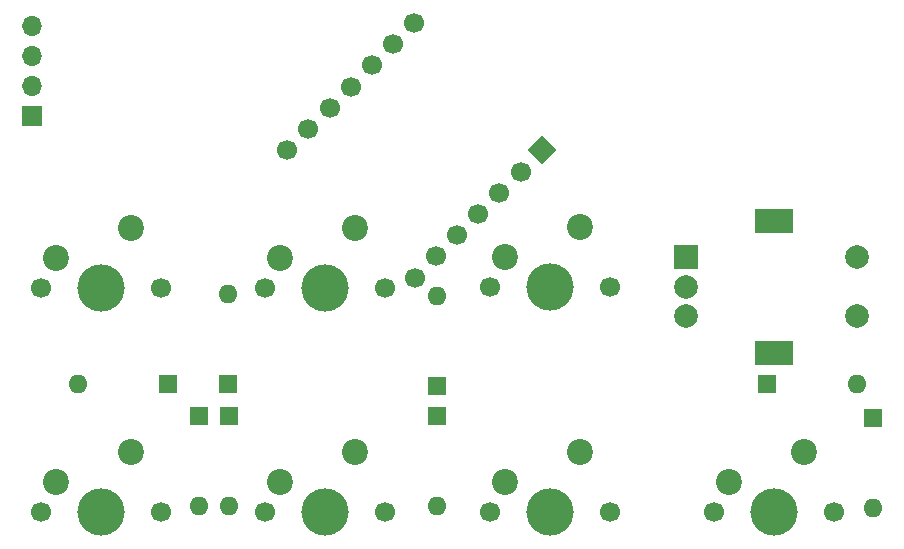
<source format=gts>
G04 #@! TF.GenerationSoftware,KiCad,Pcbnew,8.0.5*
G04 #@! TF.CreationDate,2024-10-21T21:06:57-07:00*
G04 #@! TF.ProjectId,hackpad,6861636b-7061-4642-9e6b-696361645f70,rev?*
G04 #@! TF.SameCoordinates,Original*
G04 #@! TF.FileFunction,Soldermask,Top*
G04 #@! TF.FilePolarity,Negative*
%FSLAX46Y46*%
G04 Gerber Fmt 4.6, Leading zero omitted, Abs format (unit mm)*
G04 Created by KiCad (PCBNEW 8.0.5) date 2024-10-21 21:06:57*
%MOMM*%
%LPD*%
G01*
G04 APERTURE LIST*
G04 Aperture macros list*
%AMRotRect*
0 Rectangle, with rotation*
0 The origin of the aperture is its center*
0 $1 length*
0 $2 width*
0 $3 Rotation angle, in degrees counterclockwise*
0 Add horizontal line*
21,1,$1,$2,0,0,$3*%
G04 Aperture macros list end*
%ADD10C,1.700000*%
%ADD11C,4.000000*%
%ADD12C,2.200000*%
%ADD13R,2.000000X2.000000*%
%ADD14C,2.000000*%
%ADD15R,3.200000X2.000000*%
%ADD16R,1.700000X1.700000*%
%ADD17O,1.700000X1.700000*%
%ADD18R,1.600000X1.600000*%
%ADD19O,1.600000X1.600000*%
%ADD20RotRect,1.700000X1.700000X315.000000*%
G04 APERTURE END LIST*
D10*
G04 #@! TO.C,SW7*
X253430000Y-151030000D03*
D11*
X258510000Y-151030000D03*
D10*
X263590000Y-151030000D03*
D12*
X261050000Y-145950000D03*
X254700000Y-148490000D03*
G04 #@! TD*
D10*
G04 #@! TO.C,SW5*
X234430000Y-131950000D03*
D11*
X239510000Y-131950000D03*
D10*
X244590000Y-131950000D03*
D12*
X242050000Y-126870000D03*
X235700000Y-129410000D03*
G04 #@! TD*
D10*
G04 #@! TO.C,SW2*
X196430000Y-151030000D03*
D11*
X201510000Y-151030000D03*
D10*
X206590000Y-151030000D03*
D12*
X204050000Y-145950000D03*
X197700000Y-148490000D03*
G04 #@! TD*
D10*
G04 #@! TO.C,SW1*
X196430000Y-132030000D03*
D11*
X201510000Y-132030000D03*
D10*
X206590000Y-132030000D03*
D12*
X204050000Y-126950000D03*
X197700000Y-129490000D03*
G04 #@! TD*
D10*
G04 #@! TO.C,SW6*
X234430000Y-151030000D03*
D11*
X239510000Y-151030000D03*
D10*
X244590000Y-151030000D03*
D12*
X242050000Y-145950000D03*
X235700000Y-148490000D03*
G04 #@! TD*
D10*
G04 #@! TO.C,SW3*
X215430000Y-132030000D03*
D11*
X220510000Y-132030000D03*
D10*
X225590000Y-132030000D03*
D12*
X223050000Y-126950000D03*
X216700000Y-129490000D03*
G04 #@! TD*
D10*
G04 #@! TO.C,SW4*
X215430000Y-151030000D03*
D11*
X220510000Y-151030000D03*
D10*
X225590000Y-151030000D03*
D12*
X223050000Y-145950000D03*
X216700000Y-148490000D03*
G04 #@! TD*
D13*
G04 #@! TO.C,SW8*
X251050000Y-129450000D03*
D14*
X251050000Y-134450000D03*
X251050000Y-131950000D03*
D15*
X258550000Y-126350000D03*
X258550000Y-137550000D03*
D14*
X265550000Y-134450000D03*
X265550000Y-129450000D03*
G04 #@! TD*
D16*
G04 #@! TO.C,O1*
X195650000Y-117510000D03*
D17*
X195650000Y-114969999D03*
X195650000Y-112430000D03*
X195650000Y-109890000D03*
G04 #@! TD*
D18*
G04 #@! TO.C,D7*
X229950000Y-142880001D03*
D19*
X229950000Y-150500001D03*
G04 #@! TD*
D18*
G04 #@! TO.C,D3*
X229950000Y-140300000D03*
D19*
X229950000Y-132680000D03*
G04 #@! TD*
D18*
G04 #@! TO.C,D8*
X266900000Y-143050000D03*
D19*
X266900000Y-150670000D03*
G04 #@! TD*
D20*
G04 #@! TO.C,U1*
X238850000Y-120390000D03*
D10*
X237053949Y-122186051D03*
X235257897Y-123982102D03*
X233461846Y-125778153D03*
X231665795Y-127574204D03*
X229869744Y-129370256D03*
X228073693Y-131166307D03*
X217290314Y-120382928D03*
X219086365Y-118586877D03*
X220882417Y-116790826D03*
X222678468Y-114994775D03*
X224474519Y-113198724D03*
X226270570Y-111402672D03*
X228066621Y-109606621D03*
G04 #@! TD*
D18*
G04 #@! TO.C,D1*
X207160000Y-140190000D03*
D19*
X199540000Y-140190000D03*
G04 #@! TD*
D18*
G04 #@! TO.C,D5*
X209850000Y-142880001D03*
D19*
X209850000Y-150500001D03*
G04 #@! TD*
D18*
G04 #@! TO.C,D4*
X257940000Y-140190000D03*
D19*
X265560000Y-140190000D03*
G04 #@! TD*
D18*
G04 #@! TO.C,D6*
X212350000Y-142890000D03*
D19*
X212350000Y-150510000D03*
G04 #@! TD*
D18*
G04 #@! TO.C,D2*
X212250000Y-140200000D03*
D19*
X212250000Y-132580000D03*
G04 #@! TD*
M02*

</source>
